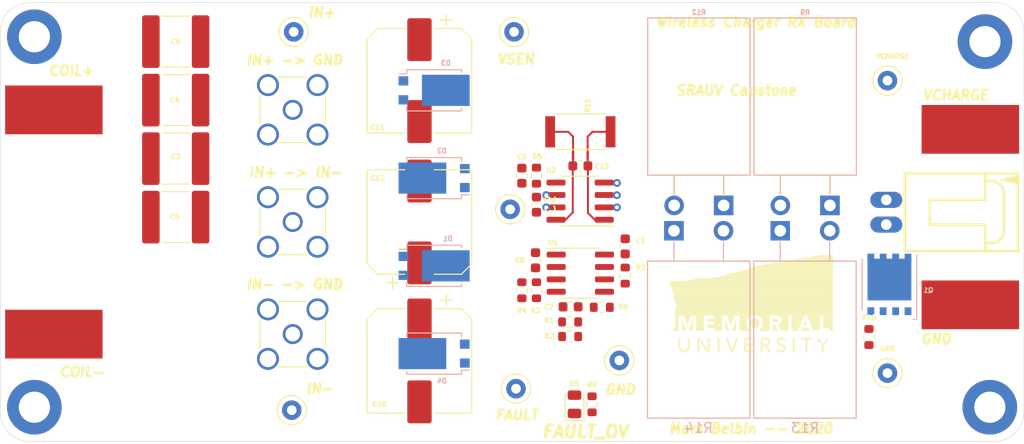
<source format=kicad_pcb>
(kicad_pcb (version 20171130) (host pcbnew "(5.1.8)-1")
  (layers (0 F.Cu signal) (31 B.Cu signal) (34 B.Paste user) (35 F.Paste user) (36 B.SilkS user) (37 F.SilkS user) (38 B.Mask user) (39 F.Mask user) (44 Edge.Cuts user))
  (net 0 "")
  (net 1 +5V)
  (net 2 GND)
  (net 3 "Net-(C3-Pad1)")
  (net 4 "Net-(C3-Pad2)")
  (net 5 /VREF)
  (net 6 "Net-(C8-Pad1)")
  (net 7 /ISEN)
  (net 8 /VSEN)
  (net 9 "Net-(D1-Pad2)")
  (net 10 "Net-(D5-Pad1)")
  (net 11 /FAULT_OVP)
  (net 12 +BATT)
  (net 13 /ISEN+)
  (net 14 /ISEN-)
  (net 15 "Net-(Q1-Pad3)")
  (net 16 "Net-(R5-Pad1)")
  (net 17 "Net-(R6-Pad2)")
  (net 18 "Net-(R6-Pad1)")
  (module WPT_RX:TO-277B (layer B.Cu) (at 146 127 270)
    (fp_text reference D1 (at -2.8 -1.4) (layer B.SilkS) (effects (font (size 0.5 0.5) (thickness 0.125)) (justify mirror)))
    (fp_text value FSV12100V)
    (pad 2 smd rect (at -0.97 3.15 270) (size 0.95 1) (layers B.Cu B.Paste B.Mask) (net 9 "Net-(D1-Pad2)"))
    (pad 1 smd rect (at 0 -1.2 270) (size 3.2 4.9) (layers B.Cu B.Mask) (net 8 /VSEN))
    (pad 2 smd rect (at 0.97 3.15 270) (size 0.95 1) (layers B.Cu B.Paste B.Mask) (net 9 "Net-(D1-Pad2)"))
  )
  (module WPT_RX:TO-277B (layer B.Cu) (at 146 118 90)
    (fp_text reference D2 (at 2.8 0.8) (layer B.SilkS) (effects (font (size 0.5 0.5) (thickness 0.125)) (justify mirror)))
    (fp_text value FSV12100V)
    (pad 2 smd rect (at -0.97 3.15 90) (size 0.95 1) (layers B.Cu B.Paste B.Mask) (net 2 GND))
    (pad 1 smd rect (at 0 -1.2 90) (size 3.2 4.9) (layers B.Cu B.Mask) (net 9 "Net-(D1-Pad2)"))
    (pad 2 smd rect (at 0.97 3.15 90) (size 0.95 1) (layers B.Cu B.Paste B.Mask) (net 2 GND))
  )
  (module WPT_RX:TO-277B (layer B.Cu) (at 146 109 270)
    (fp_text reference D3 (at -2.8 -1.2) (layer B.SilkS) (effects (font (size 0.5 0.5) (thickness 0.125)) (justify mirror)))
    (fp_text value FSV12100V)
    (pad 2 smd rect (at -0.97 3.15 270) (size 0.95 1) (layers B.Cu B.Paste B.Mask) (net 3 "Net-(C3-Pad1)"))
    (pad 1 smd rect (at 0 -1.2 270) (size 3.2 4.9) (layers B.Cu B.Mask) (net 8 /VSEN))
    (pad 2 smd rect (at 0.97 3.15 270) (size 0.95 1) (layers B.Cu B.Paste B.Mask) (net 3 "Net-(C3-Pad1)"))
  )
  (module WPT_RX:TO-277B (layer B.Cu) (at 146 136 90)
    (fp_text reference D4 (at -2.8 0.8) (layer B.SilkS) (effects (font (size 0.5 0.5) (thickness 0.125)) (justify mirror)))
    (fp_text value FSV12100V)
    (pad 2 smd rect (at -0.97 3.15 90) (size 0.95 1) (layers B.Cu B.Paste B.Mask) (net 2 GND))
    (pad 1 smd rect (at 0 -1.2 90) (size 3.2 4.9) (layers B.Cu B.Mask) (net 3 "Net-(C3-Pad1)"))
    (pad 2 smd rect (at 0.97 3.15 90) (size 0.95 1) (layers B.Cu B.Paste B.Mask) (net 2 GND))
  )
  (module Capacitor_SMD:C_0603_1608Metric (layer F.Cu) (at 165.6 125 90)
    (fp_text reference C1 (at 0.6 1.6 180) (layer F.SilkS) (effects (font (size 0.5 0.5) (thickness 0.125))))
    (fp_text value 0.1u)
    (pad 1 smd roundrect (at -0.775 0 90) (size 0.9 0.95) (layers F.Cu F.Paste F.Mask) (net 1 +5V))
    (pad 2 smd roundrect (at 0.775 0 90) (size 0.9 0.95) (layers F.Cu F.Paste F.Mask) (net 2 GND))
  )
  (module Capacitor_SMD:C_0603_1608Metric (layer F.Cu) (at 156.5 120.725 270)
    (fp_text reference C2 (at 0 -1.43 90) (layer F.SilkS))
    (fp_text value 0.1u)
    (pad 2 smd roundrect (at 0.775 0 270) (size 0.9 0.95) (layers F.Cu F.Paste F.Mask) (net 2 GND))
    (pad 1 smd roundrect (at -0.775 0 270) (size 0.9 0.95) (layers F.Cu F.Paste F.Mask) (net 1 +5V))
  )
  (module Capacitor_SMD:C_2220_5650Metric (layer F.Cu) (at 119.5 116 180)
    (fp_text reference C3 (at 0 0.2) (layer F.SilkS) (effects (font (size 0.5 0.5) (thickness 0.125))))
    (fp_text value 100n)
    (pad 1 smd roundrect (at -2.55 0 180) (size 1.8 5.4) (layers F.Cu F.Paste F.Mask) (roundrect_rratio 0.138889) (net 3 "Net-(C3-Pad1)"))
    (pad 2 smd roundrect (at 2.55 0 180) (size 1.8 5.4) (layers F.Cu F.Paste F.Mask) (roundrect_rratio 0.138889) (net 4 "Net-(C3-Pad2)"))
  )
  (module Capacitor_SMD:C_2220_5650Metric (layer F.Cu) (at 119.5 110 180)
    (fp_text reference C4 (at 0.1 0) (layer F.SilkS) (effects (font (size 0.5 0.5) (thickness 0.125))))
    (fp_text value 100n)
    (pad 2 smd roundrect (at 2.55 0 180) (size 1.8 5.4) (layers F.Cu F.Paste F.Mask) (roundrect_rratio 0.138889) (net 4 "Net-(C3-Pad2)"))
    (pad 1 smd roundrect (at -2.55 0 180) (size 1.8 5.4) (layers F.Cu F.Paste F.Mask) (roundrect_rratio 0.138889) (net 3 "Net-(C3-Pad1)"))
  )
  (module Capacitor_SMD:C_2220_5650Metric (layer F.Cu) (at 119.5 122 180)
    (fp_text reference C5 (at 0.1 0) (layer F.SilkS) (effects (font (size 0.5 0.5) (thickness 0.125))))
    (fp_text value 100n)
    (pad 1 smd roundrect (at -2.55 0 180) (size 1.8 5.4) (layers F.Cu F.Paste F.Mask) (roundrect_rratio 0.138889) (net 3 "Net-(C3-Pad1)"))
    (pad 2 smd roundrect (at 2.55 0 180) (size 1.8 5.4) (layers F.Cu F.Paste F.Mask) (roundrect_rratio 0.138889) (net 4 "Net-(C3-Pad2)"))
  )
  (module Capacitor_SMD:C_2220_5650Metric (layer F.Cu) (at 119.5 104 180)
    (fp_text reference C6 (at 0 0) (layer F.SilkS) (effects (font (size 0.5 0.5) (thickness 0.125))))
    (fp_text value 100n)
    (pad 2 smd roundrect (at 2.55 0 180) (size 1.8 5.4) (layers F.Cu F.Paste F.Mask) (roundrect_rratio 0.138889) (net 4 "Net-(C3-Pad2)"))
    (pad 1 smd roundrect (at -2.55 0 180) (size 1.8 5.4) (layers F.Cu F.Paste F.Mask) (roundrect_rratio 0.138889) (net 3 "Net-(C3-Pad1)"))
  )
  (module Capacitor_SMD:C_0603_1608Metric (layer F.Cu) (at 160 131.2 180)
    (fp_text reference C7 (at 2.2 0) (layer F.SilkS) (effects (font (size 0.5 0.5) (thickness 0.125))))
    (fp_text value 0.1u)
    (pad 2 smd roundrect (at 0.775 0 180) (size 0.9 0.95) (layers F.Cu F.Paste F.Mask) (net 2 GND))
    (pad 1 smd roundrect (at -0.775 0 180) (size 0.9 0.95) (layers F.Cu F.Paste F.Mask) (net 5 /VREF))
  )
  (module Capacitor_SMD:C_0603_1608Metric (layer F.Cu) (at 156.4 126.425 90)
    (fp_text reference C8 (at 0 -1.6 180) (layer F.SilkS) (effects (font (size 0.5 0.5) (thickness 0.125))))
    (fp_text value 0.1u)
    (pad 1 smd roundrect (at -0.775 0 90) (size 0.9 0.95) (layers F.Cu F.Paste F.Mask) (net 6 "Net-(C8-Pad1)"))
    (pad 2 smd roundrect (at 0.775 0 90) (size 0.9 0.95) (layers F.Cu F.Paste F.Mask) (net 2 GND))
  )
  (module Capacitor_SMD:C_0603_1608Metric (layer F.Cu) (at 155 117.75 270)
    (fp_text reference C9 (at -1.95 0 180) (layer F.SilkS) (effects (font (size 0.5 0.5) (thickness 0.125))))
    (fp_text value 0.1u)
    (pad 1 smd roundrect (at -0.775 0 270) (size 0.9 0.95) (layers F.Cu F.Paste F.Mask) (net 7 /ISEN))
    (pad 2 smd roundrect (at 0.775 0 270) (size 0.9 0.95) (layers F.Cu F.Paste F.Mask) (net 2 GND))
  )
  (module Capacitor_SMD:CP_Elec_10x12.5 (layer F.Cu) (at 144.5 136.75 270)
    (fp_text reference C10 (at 4.45 4.1 180) (layer F.SilkS) (effects (font (size 0.5 0.5) (thickness 0.125))))
    (fp_text value 330u)
    (pad 1 smd roundrect (at -4.2 0 270) (size 4.4 2.5) (layers F.Cu F.Paste F.Mask) (roundrect_rratio 0.1) (net 8 /VSEN))
    (pad 2 smd roundrect (at 4.2 0 270) (size 4.4 2.5) (layers F.Cu F.Paste F.Mask) (roundrect_rratio 0.1) (net 2 GND))
  )
  (module Capacitor_SMD:CP_Elec_10x12.5 (layer F.Cu) (at 144.5 108 270)
    (fp_text reference C11 (at 4.8 4.3 180) (layer F.SilkS) (effects (font (size 0.5 0.5) (thickness 0.125))))
    (fp_text value 330u)
    (pad 2 smd roundrect (at 4.2 0 270) (size 4.4 2.5) (layers F.Cu F.Paste F.Mask) (roundrect_rratio 0.1) (net 2 GND))
    (pad 1 smd roundrect (at -4.2 0 270) (size 4.4 2.5) (layers F.Cu F.Paste F.Mask) (roundrect_rratio 0.1) (net 8 /VSEN))
  )
  (module Capacitor_SMD:CP_Elec_10x12.5 (layer F.Cu) (at 144.5 122.5 90)
    (fp_text reference C12 (at 4.5 -4.3 180) (layer F.SilkS) (effects (font (size 0.5 0.5) (thickness 0.125))))
    (fp_text value 330u)
    (pad 1 smd roundrect (at -4.2 0 90) (size 4.4 2.5) (layers F.Cu F.Paste F.Mask) (roundrect_rratio 0.1) (net 8 /VSEN))
    (pad 2 smd roundrect (at 4.2 0 90) (size 4.4 2.5) (layers F.Cu F.Paste F.Mask) (roundrect_rratio 0.1) (net 2 GND))
  )
  (module LED_SMD:LED_0805_2012Metric (layer F.Cu) (at 160.4 141.2 90)
    (fp_text reference D5 (at 2.1 0 180) (layer F.SilkS) (effects (font (size 0.5 0.5) (thickness 0.125))))
    (fp_text value RED)
    (pad 1 smd roundrect (at -0.9375 0 90) (size 0.975 1.4) (layers F.Cu F.Paste F.Mask) (net 10 "Net-(D5-Pad1)"))
    (pad 2 smd roundrect (at 0.9375 0 90) (size 0.975 1.4) (layers F.Cu F.Paste F.Mask) (net 11 /FAULT_OVP))
  )
  (module WPT_RX:SolderWirePad_single_SMD_5x10mm (layer F.Cu) (at 107 111 90)
    (fp_text reference J1 hide)
    (fp_text value Conn_01x01)
    (pad 1 smd rect (at 0 0 90) (size 5 10) (layers F.Cu F.Paste F.Mask) (net 4 "Net-(C3-Pad2)"))
  )
  (module WPT_RX:SolderWirePad_single_SMD_5x10mm (layer F.Cu) (at 107 134 90)
    (fp_text reference J2 hide)
    (fp_text value Conn_01x01)
    (pad 1 smd rect (at 0 0 90) (size 5 10) (layers F.Cu F.Paste F.Mask) (net 9 "Net-(D1-Pad2)"))
  )
  (module WPT_RX:SMA_Amphenol_901-144_Vertical (layer F.Cu) (at 131.5 122.5)
    (fp_text reference J3 hide)
    (fp_text value SMA)
    (pad 2 thru_hole circle (at -2.54 2.54) (size 2.25 2.25) (drill 1.7) (layers *.Cu *.Mask) (net 9 "Net-(D1-Pad2)"))
    (pad 2 thru_hole circle (at -2.54 -2.54) (size 2.25 2.25) (drill 1.7) (layers *.Cu *.Mask) (net 9 "Net-(D1-Pad2)"))
    (pad 2 thru_hole circle (at 2.54 -2.54) (size 2.25 2.25) (drill 1.7) (layers *.Cu *.Mask) (net 9 "Net-(D1-Pad2)"))
    (pad 2 thru_hole circle (at 2.54 2.54) (size 2.25 2.25) (drill 1.7) (layers *.Cu *.Mask) (net 9 "Net-(D1-Pad2)"))
    (pad 1 thru_hole circle (at 0 0) (size 2.05 2.05) (drill 1.5) (layers *.Cu *.Mask) (net 3 "Net-(C3-Pad1)"))
  )
  (module WPT_RX:SMA_Amphenol_901-144_Vertical (layer F.Cu) (at 131.5 111)
    (fp_text reference J4 hide)
    (fp_text value SMA)
    (pad 2 thru_hole circle (at -2.54 2.54) (size 2.25 2.25) (drill 1.7) (layers *.Cu *.Mask) (net 2 GND))
    (pad 2 thru_hole circle (at -2.54 -2.54) (size 2.25 2.25) (drill 1.7) (layers *.Cu *.Mask) (net 2 GND))
    (pad 2 thru_hole circle (at 2.54 -2.54) (size 2.25 2.25) (drill 1.7) (layers *.Cu *.Mask) (net 2 GND))
    (pad 2 thru_hole circle (at 2.54 2.54) (size 2.25 2.25) (drill 1.7) (layers *.Cu *.Mask) (net 2 GND))
    (pad 1 thru_hole circle (at 0 0) (size 2.05 2.05) (drill 1.5) (layers *.Cu *.Mask) (net 3 "Net-(C3-Pad1)"))
  )
  (module WPT_RX:SMA_Amphenol_901-144_Vertical (layer F.Cu) (at 131.5 134)
    (fp_text reference J5 hide)
    (fp_text value SMA)
    (pad 1 thru_hole circle (at 0 0) (size 2.05 2.05) (drill 1.5) (layers *.Cu *.Mask) (net 9 "Net-(D1-Pad2)"))
    (pad 2 thru_hole circle (at 2.54 2.54) (size 2.25 2.25) (drill 1.7) (layers *.Cu *.Mask) (net 2 GND))
    (pad 2 thru_hole circle (at 2.54 -2.54) (size 2.25 2.25) (drill 1.7) (layers *.Cu *.Mask) (net 2 GND))
    (pad 2 thru_hole circle (at -2.54 -2.54) (size 2.25 2.25) (drill 1.7) (layers *.Cu *.Mask) (net 2 GND))
    (pad 2 thru_hole circle (at -2.54 2.54) (size 2.25 2.25) (drill 1.7) (layers *.Cu *.Mask) (net 2 GND))
  )
  (module WPT_RX:SolderWirePad_single_SMD_5x10mm (layer F.Cu) (at 201 113 90)
    (fp_text reference J6 hide)
    (fp_text value Conn_01x01)
    (pad 1 smd rect (at 0 0 90) (size 5 10) (layers F.Cu F.Paste F.Mask) (net 12 +BATT))
  )
  (module WPT_RX:SolderWirePad_single_SMD_5x10mm (layer F.Cu) (at 201 131 90)
    (fp_text reference J7 hide)
    (fp_text value Conn_01x01)
    (pad 1 smd rect (at 0 0 90) (size 5 10) (layers F.Cu F.Paste F.Mask) (net 2 GND))
  )
  (module WPT_RX:70553-02 (layer F.Cu) (at 200 121.5 270)
    (fp_text reference J8 hide)
    (fp_text value "From PI Board" hide)
    (pad 1 thru_hole oval (at -1.27 7.62) (size 3.2766 1.6383) (drill 1.0922) (layers *.Cu *.Mask) (net 1 +5V))
    (pad 2 thru_hole oval (at 1.27 7.62) (size 3.2766 1.6383) (drill 1.0922) (layers *.Cu *.Mask) (net 2 GND))
  )
  (module WPT_RX:NetTie-2_SMD_Pad0.25mm (layer F.Cu) (at 160.25 115.675 90)
    (fp_text reference NT1 hide)
    (fp_text value Net-Tie_2)
    (fp_poly (pts (xy -0.325 -0.125) (xy 0.325 -0.125) (xy 0.325 0.125) (xy -0.325 0.125)) (layer F.Cu) (width 0))
    (pad 2 smd circle (at 0.325 0 90) (size 0.25 0.25) (layers F.Cu) (net 8 /VSEN))
    (pad 1 smd circle (at -0.325 0 90) (size 0.25 0.25) (layers F.Cu) (net 13 /ISEN+))
  )
  (module WPT_RX:NetTie-2_SMD_Pad0.25mm (layer F.Cu) (at 161.75 115.675 270)
    (fp_text reference NT2 hide)
    (fp_text value Net-Tie_2)
    (fp_poly (pts (xy -0.325 -0.125) (xy 0.325 -0.125) (xy 0.325 0.125) (xy -0.325 0.125)) (layer F.Cu) (width 0))
    (pad 1 smd circle (at -0.325 0 270) (size 0.25 0.25) (layers F.Cu) (net 12 +BATT))
    (pad 2 smd circle (at 0.325 0 270) (size 0.25 0.25) (layers F.Cu) (net 14 /ISEN-))
  )
  (module WPT_RX:TDSON-8-1 (layer B.Cu) (at 192.7 128.9 90)
    (fp_text reference Q1 (at -0.6 4) (layer B.SilkS) (effects (font (size 0.5 0.5) (thickness 0.125)) (justify mirror)))
    (fp_text value NMOS)
    (pad 1 smd rect (at -2.75 1.91 180) (size 0.7 0.8) (layers B.Cu B.Paste B.Mask) (net 2 GND))
    (pad 1 smd rect (at -2.75 0.64 180) (size 0.7 0.8) (layers B.Cu B.Paste B.Mask) (net 2 GND))
    (pad 1 smd rect (at -2.75 -0.64 180) (size 0.7 0.8) (layers B.Cu B.Paste B.Mask) (net 2 GND))
    (pad 2 smd rect (at -2.75 -1.91 180) (size 0.7 0.8) (layers B.Cu B.Paste B.Mask) (net 11 /FAULT_OVP))
    (pad 3 smd rect (at 2.75 -1.91 180) (size 0.7 0.8) (layers B.Cu B.Paste B.Mask) (net 15 "Net-(Q1-Pad3)"))
    (pad 3 smd rect (at 2.75 -0.64 180) (size 0.7 0.8) (layers B.Cu B.Paste B.Mask) (net 15 "Net-(Q1-Pad3)"))
    (pad 3 smd rect (at 2.75 0.64 180) (size 0.7 0.8) (layers B.Cu B.Paste B.Mask) (net 15 "Net-(Q1-Pad3)"))
    (pad 3 smd rect (at 2.75 1.91 180) (size 0.7 0.8) (layers B.Cu B.Paste B.Mask) (net 15 "Net-(Q1-Pad3)"))
    (pad 3 smd rect (at 0.5 0 180) (size 4.5 4.29) (layers B.Cu B.Paste B.Mask) (net 15 "Net-(Q1-Pad3)"))
  )
  (module Resistor_SMD:R_0603_1608Metric (layer F.Cu) (at 159.95 132.75)
    (fp_text reference R1 (at -2.15 -0.15) (layer F.SilkS) (effects (font (size 0.5 0.5) (thickness 0.125))))
    (fp_text value 11.5k)
    (pad 1 smd roundrect (at -0.825 0) (size 0.8 0.95) (layers F.Cu F.Paste F.Mask) (net 1 +5V))
    (pad 2 smd roundrect (at 0.825 0) (size 0.8 0.95) (layers F.Cu F.Paste F.Mask) (net 5 /VREF))
  )
  (module Resistor_SMD:R_0603_1608Metric (layer F.Cu) (at 159.95 134.25 180)
    (fp_text reference R2 (at 2.15 0.05) (layer F.SilkS) (effects (font (size 0.5 0.5) (thickness 0.125))))
    (fp_text value 9.09k)
    (pad 1 smd roundrect (at -0.825 0 180) (size 0.8 0.95) (layers F.Cu F.Paste F.Mask) (net 5 /VREF))
    (pad 2 smd roundrect (at 0.825 0 180) (size 0.8 0.95) (layers F.Cu F.Paste F.Mask) (net 2 GND))
  )
  (module Resistor_SMD:R_0603_1608Metric (layer F.Cu) (at 156.5 129.5 90)
    (fp_text reference R3 (at -2.1 -0.1 180) (layer F.SilkS) (effects (font (size 0.5 0.5) (thickness 0.125))))
    (fp_text value 18.0k)
    (pad 1 smd roundrect (at -0.825 0 90) (size 0.8 0.95) (layers F.Cu F.Paste F.Mask) (net 8 /VSEN))
    (pad 2 smd roundrect (at 0.825 0 90) (size 0.8 0.95) (layers F.Cu F.Paste F.Mask) (net 6 "Net-(C8-Pad1)"))
  )
  (module Resistor_SMD:R_0603_1608Metric (layer F.Cu) (at 155 129.5 270)
    (fp_text reference R4 (at 2.1 0 180) (layer F.SilkS) (effects (font (size 0.5 0.5) (thickness 0.125))))
    (fp_text value 2.0k)
    (pad 2 smd roundrect (at 0.825 0 270) (size 0.8 0.95) (layers F.Cu F.Paste F.Mask) (net 2 GND))
    (pad 1 smd roundrect (at -0.825 0 270) (size 0.8 0.95) (layers F.Cu F.Paste F.Mask) (net 6 "Net-(C8-Pad1)"))
  )
  (module Resistor_SMD:R_0603_1608Metric (layer F.Cu) (at 156.5 117.75 90)
    (fp_text reference R5 (at 1.95 0.1 180) (layer F.SilkS) (effects (font (size 0.5 0.5) (thickness 0.125))))
    (fp_text value 10k)
    (pad 2 smd roundrect (at 0.825 0 90) (size 0.8 0.95) (layers F.Cu F.Paste F.Mask) (net 7 /ISEN))
    (pad 1 smd roundrect (at -0.825 0 90) (size 0.8 0.95) (layers F.Cu F.Paste F.Mask) (net 16 "Net-(R5-Pad1)"))
  )
  (module Resistor_SMD:R_0603_1608Metric (layer F.Cu) (at 163.2 131.25 180)
    (fp_text reference R6 (at -2.2 0.05) (layer F.SilkS) (effects (font (size 0.5 0.5) (thickness 0.125))))
    (fp_text value 0.4k)
    (pad 2 smd roundrect (at 0.825 0 180) (size 0.8 0.95) (layers F.Cu F.Paste F.Mask) (net 17 "Net-(R6-Pad2)"))
    (pad 1 smd roundrect (at -0.825 0 180) (size 0.8 0.95) (layers F.Cu F.Paste F.Mask) (net 18 "Net-(R6-Pad1)"))
  )
  (module Resistor_SMD:R_0603_1608Metric (layer F.Cu) (at 165.6 128 270)
    (fp_text reference R7 (at -0.8 -1.6 180) (layer F.SilkS) (effects (font (size 0.5 0.5) (thickness 0.125))))
    (fp_text value 10k)
    (pad 1 smd roundrect (at -0.825 0 270) (size 0.8 0.95) (layers F.Cu F.Paste F.Mask) (net 11 /FAULT_OVP))
    (pad 2 smd roundrect (at 0.825 0 270) (size 0.8 0.95) (layers F.Cu F.Paste F.Mask) (net 18 "Net-(R6-Pad1)"))
  )
  (module Resistor_SMD:R_0603_1608Metric (layer F.Cu) (at 162.2 141.2 270)
    (fp_text reference R8 (at -2 0 180) (layer F.SilkS) (effects (font (size 0.5 0.5) (thickness 0.125))))
    (fp_text value 0.4k)
    (pad 2 smd roundrect (at 0.825 0 270) (size 0.8 0.95) (layers F.Cu F.Paste F.Mask) (net 10 "Net-(D5-Pad1)"))
    (pad 1 smd roundrect (at -0.825 0 270) (size 0.8 0.95) (layers F.Cu F.Paste F.Mask) (net 2 GND))
  )
  (module Resistor_SMD:R_0603_1608Metric (layer F.Cu) (at 190.6 134.3 270)
    (fp_text reference R10 (at -2 0 180) (layer F.SilkS) (effects (font (size 0.5 0.5) (thickness 0.125))))
    (fp_text value 10k)
    (pad 1 smd roundrect (at -0.825 0 270) (size 0.8 0.95) (layers F.Cu F.Paste F.Mask) (net 11 /FAULT_OVP))
    (pad 2 smd roundrect (at 0.825 0 270) (size 0.8 0.95) (layers F.Cu F.Paste F.Mask) (net 2 GND))
  )
  (module WPT_RX:R_2512_Sense (layer F.Cu) (at 161 113.25)
    (fp_text reference R11 (at 0.75 -2.7 90) (layer F.SilkS) (effects (font (size 0.5 0.5) (thickness 0.125))))
    (fp_text value 5m)
    (pad 1 smd rect (at -3.1 0) (size 1 3.2) (layers F.Cu F.Paste F.Mask) (net 8 /VSEN))
    (pad 2 smd rect (at 3.1 0) (size 1 3.2) (layers F.Cu F.Paste F.Mask) (net 12 +BATT))
  )
  (module Package_SO:SOIC-8_3.9x4.9mm_P1.27mm (layer F.Cu) (at 161 127.75)
    (fp_text reference U1 (at -2.8 -3.15) (layer F.SilkS) (effects (font (size 0.5 0.5) (thickness 0.125))))
    (fp_text value LMC6032)
    (pad 8 smd roundrect (at 2.475 -1.905) (size 1.95 0.6) (layers F.Cu F.Paste F.Mask) (net 1 +5V))
    (pad 7 smd roundrect (at 2.475 -0.635) (size 1.95 0.6) (layers F.Cu F.Paste F.Mask) (net 11 /FAULT_OVP))
    (pad 6 smd roundrect (at 2.475 0.635) (size 1.95 0.6) (layers F.Cu F.Paste F.Mask) (net 5 /VREF))
    (pad 5 smd roundrect (at 2.475 1.905) (size 1.95 0.6) (layers F.Cu F.Paste F.Mask) (net 18 "Net-(R6-Pad1)"))
    (pad 4 smd roundrect (at -2.475 1.905) (size 1.95 0.6) (layers F.Cu F.Paste F.Mask) (net 2 GND))
    (pad 3 smd roundrect (at -2.475 0.635) (size 1.95 0.6) (layers F.Cu F.Paste F.Mask) (net 6 "Net-(C8-Pad1)"))
    (pad 2 smd roundrect (at -2.475 -0.635) (size 1.95 0.6) (layers F.Cu F.Paste F.Mask) (net 17 "Net-(R6-Pad2)"))
    (pad 1 smd roundrect (at -2.475 -1.905) (size 1.95 0.6) (layers F.Cu F.Paste F.Mask) (net 17 "Net-(R6-Pad2)"))
  )
  (module Package_SO:SOIC-8_3.9x4.9mm_P1.27mm (layer F.Cu) (at 160.975 120.365 180)
    (fp_text reference U2 (at 2.975 3.165) (layer F.SilkS) (effects (font (size 0.5 0.5) (thickness 0.125))))
    (fp_text value INA240D)
    (pad 1 smd roundrect (at -2.475 -1.905 180) (size 1.95 0.6) (layers F.Cu F.Paste F.Mask) (net 14 /ISEN-))
    (pad 2 smd roundrect (at -2.475 -0.635 180) (size 1.95 0.6) (layers F.Cu F.Paste F.Mask) (net 2 GND))
    (pad 3 smd roundrect (at -2.475 0.635 180) (size 1.95 0.6) (layers F.Cu F.Paste F.Mask) (net 2 GND))
    (pad 4 smd roundrect (at -2.475 1.905 180) (size 1.95 0.6) (layers F.Cu F.Paste F.Mask) (net 2 GND))
    (pad 5 smd roundrect (at 2.475 1.905 180) (size 1.95 0.6) (layers F.Cu F.Paste F.Mask) (net 16 "Net-(R5-Pad1)"))
    (pad 6 smd roundrect (at 2.475 0.635 180) (size 1.95 0.6) (layers F.Cu F.Paste F.Mask) (net 1 +5V))
    (pad 7 smd roundrect (at 2.475 -0.635 180) (size 1.95 0.6) (layers F.Cu F.Paste F.Mask) (net 2 GND))
    (pad 8 smd roundrect (at 2.475 -1.905 180) (size 1.95 0.6) (layers F.Cu F.Paste F.Mask) (net 13 /ISEN+))
  )
  (module WPT_RX:MUNLOGO (layer F.Cu) (at 169 137)
    (fp_text reference U3 hide)
    (fp_text value MUN hide)
  )
  (module TestPoint:TestPoint_Loop_D1.80mm_Drill1.0mm_Beaded (layer F.Cu) (at 154.2 103)
    (fp_text reference TP1 hide)
    (fp_text value TestPoint)
    (pad 1 thru_hole circle (at 0 0) (size 2 2) (drill 1) (layers *.Cu *.Mask) (net 8 /VSEN))
  )
  (module TestPoint:TestPoint_Loop_D1.80mm_Drill1.0mm_Beaded (layer F.Cu) (at 131.6 103)
    (fp_text reference TP2 hide)
    (fp_text value TestPoint)
    (pad 1 thru_hole circle (at 0 0) (size 2 2) (drill 1) (layers *.Cu *.Mask) (net 3 "Net-(C3-Pad1)"))
  )
  (module TestPoint:TestPoint_Loop_D1.80mm_Drill1.0mm_Beaded (layer F.Cu) (at 131.4 141.8)
    (fp_text reference TP3 hide)
    (fp_text value TestPoint)
    (pad 1 thru_hole circle (at 0 0) (size 2 2) (drill 1) (layers *.Cu *.Mask) (net 9 "Net-(D1-Pad2)"))
  )
  (module TestPoint:TestPoint_Loop_D1.80mm_Drill1.0mm_Beaded (layer F.Cu) (at 153.8 121.2)
    (fp_text reference TP4 hide)
    (fp_text value TestPoint)
    (pad 1 thru_hole circle (at 0 0) (size 2 2) (drill 1) (layers *.Cu *.Mask) (net 7 /ISEN))
  )
  (module TestPoint:TestPoint_Loop_D1.80mm_Drill1.0mm_Beaded (layer F.Cu) (at 154.4 139.6)
    (fp_text reference TP5 hide)
    (fp_text value TestPoint)
    (pad 1 thru_hole circle (at 0 0) (size 2 2) (drill 1) (layers *.Cu *.Mask) (net 11 /FAULT_OVP))
  )
  (module TestPoint:TestPoint_Loop_D1.80mm_Drill1.0mm_Beaded (layer F.Cu) (at 192.5 108)
    (fp_text reference TP6 hide)
    (fp_text value TestPoint)
    (pad 1 thru_hole circle (at 0 0) (size 2 2) (drill 1) (layers *.Cu *.Mask) (net 12 +BATT))
  )
  (module TestPoint:TestPoint_Loop_D1.80mm_Drill1.0mm_Beaded (layer F.Cu) (at 192.5 138)
    (fp_text reference TP7 hide)
    (fp_text value TestPoint)
    (pad 1 thru_hole circle (at 0 0) (size 2 2) (drill 1) (layers *.Cu *.Mask) (net 2 GND))
  )
  (module TestPoint:TestPoint_Loop_D1.80mm_Drill1.0mm_Beaded (layer F.Cu) (at 165 136.7)
    (fp_text reference TP8 hide)
    (fp_text value TestPoint)
    (pad 1 thru_hole circle (at 0 0) (size 2 2) (drill 1) (layers *.Cu *.Mask) (net 2 GND))
  )
  (module MountingHole:MountingHole_3.2mm_M3_DIN965_Pad (layer F.Cu) (at 202.5 104)
    (fp_text reference H1 hide)
    (fp_text value M3)
    (pad 1 thru_hole circle (at 0 0) (size 5.6 5.6) (drill 3.2) (layers *.Cu *.Mask))
  )
  (module MountingHole:MountingHole_3.2mm_M3_DIN965_Pad (layer F.Cu) (at 203 141.5)
    (fp_text reference H2 hide)
    (fp_text value M3)
    (pad 1 thru_hole circle (at 0 0) (size 5.6 5.6) (drill 3.2) (layers *.Cu *.Mask))
  )
  (module MountingHole:MountingHole_3.2mm_M3_DIN965_Pad (layer F.Cu) (at 105 103.5)
    (fp_text reference H3 hide)
    (fp_text value M3)
    (pad 1 thru_hole circle (at 0 0) (size 5.6 5.6) (drill 3.2) (layers *.Cu *.Mask))
  )
  (module MountingHole:MountingHole_3.2mm_M3_DIN965_Pad (layer F.Cu) (at 105 141.5)
    (fp_text reference H4 hide)
    (fp_text value M3)
    (pad 1 thru_hole circle (at 0 0) (size 5.6 5.6) (drill 3.2) (layers *.Cu *.Mask))
  )
  (module Capacitor_SMD:C_0603_1608Metric (layer F.Cu) (at 161 116.75)
    (fp_text reference C13 (at 2.2 0.05) (layer F.SilkS) (effects (font (size 0.5 0.5) (thickness 0.125))))
    (fp_text value 0.1u)
    (pad 1 smd roundrect (at -0.775 0) (size 0.9 0.95) (layers F.Cu F.Paste F.Mask) (net 13 /ISEN+))
    (pad 2 smd roundrect (at 0.775 0) (size 0.9 0.95) (layers F.Cu F.Paste F.Mask) (net 14 /ISEN-))
  )
  (module WPT_RX:TO-220F-2_Horizontal_TabDown (layer B.Cu) (at 186.6 120.8 180)
    (fp_text reference R9 (at 2.54 19.8) (layer B.SilkS) (effects (font (size 0.5 0.5) (thickness 0.125)) (justify mirror)))
    (fp_text value 10R)
    (pad 1 thru_hole rect (at 0 0 180) (size 2 2) (drill 1.2) (layers *.Cu *.Mask) (net 12 +BATT))
    (pad 2 thru_hole oval (at 5.08 0 180) (size 2 2) (drill 1.2) (layers *.Cu *.Mask) (net 15 "Net-(Q1-Pad3)"))
  )
  (module WPT_RX:TO-220F-2_Horizontal_TabDown (layer B.Cu) (at 175.7 120.8 180)
    (fp_text reference R12 (at 2.54 19.8) (layer B.SilkS) (effects (font (size 0.5 0.5) (thickness 0.125)) (justify mirror)))
    (fp_text value 10R)
    (pad 2 thru_hole oval (at 5.08 0 180) (size 2 2) (drill 1.2) (layers *.Cu *.Mask) (net 15 "Net-(Q1-Pad3)"))
    (pad 1 thru_hole rect (at 0 0 180) (size 2 2) (drill 1.2) (layers *.Cu *.Mask) (net 12 +BATT))
  )
  (module WPT_RX:TO-220F-2_Horizontal_TabDown (layer B.Cu) (at 181.5 123.4)
    (fp_text reference R13 (at 2.54 20.22) (layer B.SilkS) (effects (justify mirror)))
    (fp_text value 10R)
    (pad 1 thru_hole rect (at 0 0) (size 2 2) (drill 1.2) (layers *.Cu *.Mask) (net 12 +BATT))
    (pad 2 thru_hole oval (at 5.08 0) (size 2 2) (drill 1.2) (layers *.Cu *.Mask) (net 15 "Net-(Q1-Pad3)"))
  )
  (module WPT_RX:TO-220F-2_Horizontal_TabDown (layer B.Cu) (at 170.6 123.4)
    (fp_text reference R14 (at 2.54 20.22) (layer B.SilkS) (effects (justify mirror)))
    (fp_text value 10R)
    (pad 2 thru_hole oval (at 5.08 0) (size 2 2) (drill 1.2) (layers *.Cu *.Mask) (net 15 "Net-(Q1-Pad3)"))
    (pad 1 thru_hole rect (at 0 0) (size 2 2) (drill 1.2) (layers *.Cu *.Mask) (net 12 +BATT))
  )
  (gr_text GND (at 192.5 135.5) (layer F.SilkS) (effects (font (size 0.5 0.5) (thickness 0.125) italic)))
  (gr_text "SRAUV Capstone" (at 177 109) (layer F.SilkS) (effects (font (size 1 1) (thickness 0.25) italic)))
  (gr_text "Wireless Charger RX Board" (at 179 102) (layer F.SilkS) (effects (font (size 1 1) (thickness 0.25) italic)))
  (gr_text "Mark Belbin -- 2020" (at 178.5 143.7) (layer F.SilkS) (effects (font (size 1 1) (thickness 0.25) italic)))
  (gr_text VCHARGE (at 193 105.5) (layer F.SilkS) (effects (font (size 0.5 0.5) (thickness 0.125) italic)))
  (gr_text GND (at 197.5 134.5) (layer F.SilkS) (effects (font (size 1 1) (thickness 0.25) italic)))
  (gr_text VCHARGE (at 199.5 109.5) (layer F.SilkS) (effects (font (size 1 1) (thickness 0.25) italic)))
  (gr_text COIL- (at 109.9 137.9) (layer F.SilkS) (effects (font (size 1 1) (thickness 0.25) italic)))
  (gr_text COIL+ (at 108.8 107) (layer F.SilkS) (effects (font (size 1 1) (thickness 0.25) italic)))
  (gr_text IN- (at 134.3 139.6) (layer F.SilkS) (effects (font (size 1 1) (thickness 0.25) italic)))
  (gr_text "IN+ -> IN-" (at 131.8 117.4) (layer F.SilkS) (effects (font (size 1 1) (thickness 0.25) italic)))
  (gr_text "IN- -> GND" (at 131.7 128.9) (layer F.SilkS) (effects (font (size 1 1) (thickness 0.25) italic)))
  (gr_text IN+ (at 134.5 101) (layer F.SilkS) (effects (font (size 1 1) (thickness 0.25) italic)))
  (gr_text "IN+ -> GND" (at 131.7 105.9) (layer F.SilkS) (effects (font (size 1 1) (thickness 0.25) italic)))
  (gr_text VSEN (at 154.4 105.8) (layer F.SilkS) (effects (font (size 1 1) (thickness 0.25) italic)))
  (gr_text FAULT (at 154.5 142.3) (layer F.SilkS) (effects (font (size 1 1) (thickness 0.25) italic)))
  (gr_text GND (at 165.1 139.7) (layer F.SilkS) (effects (font (size 1 1) (thickness 0.25) italic)))
  (gr_text FAULT_OV (at 161.5 144) (layer F.SilkS) (effects (font (size 1.25 1.25) (thickness 0.3) italic)))
  (gr_arc (start 203.5 103) (end 206.5 103) (angle -90) (layer Edge.Cuts) (width 0.05))
  (gr_arc (start 203.5 142) (end 203.5 145) (angle -90) (layer Edge.Cuts) (width 0.05))
  (gr_arc (start 104.5 142) (end 101.5 142) (angle -90) (layer Edge.Cuts) (width 0.05))
  (gr_arc (start 104.5 103) (end 104.5 100) (angle -90) (layer Edge.Cuts) (width 0.05))
  (gr_line (start 101.5 142) (end 101.5 103) (layer Edge.Cuts) (width 0.05))
  (gr_line (start 203.5 145) (end 104.5 145) (layer Edge.Cuts) (width 0.05))
  (gr_line (start 206.5 103) (end 206.5 142) (layer Edge.Cuts) (width 0.05))
  (gr_line (start 104.5 100) (end 203.5 100) (layer Edge.Cuts) (width 0.05))
  (via (at 157.5 119.75) (size 0.8) (drill 0.4) (layers F.Cu B.Cu) (net 1))
  (segment (start 157.52 119.73) (end 157.5 119.75) (width 0.2) (layer F.Cu) (net 1))
  (segment (start 158.5 119.73) (end 157.52 119.73) (width 0.2) (layer F.Cu) (net 1))
  (via (at 157.5 121) (size 0.8) (drill 0.4) (layers F.Cu B.Cu) (net 2))
  (segment (start 158.5 121) (end 157.5 121) (width 0.2) (layer F.Cu) (net 2))
  (via (at 164.75 121) (size 0.8) (drill 0.4) (layers F.Cu B.Cu) (net 2))
  (segment (start 163.45 121) (end 164.75 121) (width 0.2) (layer F.Cu) (net 2))
  (via (at 164.75 119.75) (size 0.8) (drill 0.4) (layers F.Cu B.Cu) (net 2))
  (segment (start 164.73 119.73) (end 164.75 119.75) (width 0.2) (layer F.Cu) (net 2))
  (segment (start 163.45 119.73) (end 164.73 119.73) (width 0.2) (layer F.Cu) (net 2))
  (via (at 164.75 118.5) (size 0.8) (drill 0.4) (layers F.Cu B.Cu) (net 2))
  (segment (start 164.71 118.46) (end 164.75 118.5) (width 0.2) (layer F.Cu) (net 2))
  (segment (start 163.45 118.46) (end 164.71 118.46) (width 0.2) (layer F.Cu) (net 2))
  (segment (start 159.75 113.25) (end 157.9 113.25) (width 0.2) (layer F.Cu) (net 8))
  (segment (start 160.25 113.75) (end 159.75 113.25) (width 0.2) (layer F.Cu) (net 8))
  (segment (start 160.25 115.35) (end 160.25 113.75) (width 0.2) (layer F.Cu) (net 8))
  (segment (start 162.25 113.25) (end 164.1 113.25) (width 0.2) (layer F.Cu) (net 12))
  (segment (start 161.75 113.75) (end 162.25 113.25) (width 0.2) (layer F.Cu) (net 12))
  (segment (start 161.75 115.35) (end 161.75 113.75) (width 0.2) (layer F.Cu) (net 12))
  (segment (start 160.25 116.725) (end 160.225 116.75) (width 0.2) (layer F.Cu) (net 13))
  (segment (start 160.25 116) (end 160.25 116.725) (width 0.2) (layer F.Cu) (net 13))
  (segment (start 159.475 122.27) (end 158.5 122.27) (width 0.2) (layer F.Cu) (net 13))
  (segment (start 160.225 121.52) (end 159.475 122.27) (width 0.2) (layer F.Cu) (net 13))
  (segment (start 160.225 116.75) (end 160.225 121.52) (width 0.2) (layer F.Cu) (net 13))
  (segment (start 161.75 116.725) (end 161.775 116.75) (width 0.2) (layer F.Cu) (net 14))
  (segment (start 161.75 116) (end 161.75 116.725) (width 0.2) (layer F.Cu) (net 14))
  (segment (start 162.475 122.27) (end 163.45 122.27) (width 0.2) (layer F.Cu) (net 14))
  (segment (start 161.775 121.57) (end 162.475 122.27) (width 0.2) (layer F.Cu) (net 14))
  (segment (start 161.775 116.75) (end 161.775 121.57) (width 0.2) (layer F.Cu) (net 14))
)
</source>
